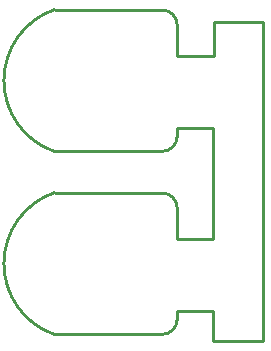
<source format=gko>
G04 Layer: BoardOutline*
G04 EasyEDA v6.3.53, 2020-06-11T09:01:32+08:00*
G04 0ec445aeefb94f869c071092b8584159,2a3559ba94084103b258dd4c46581d95,10*
G04 Gerber Generator version 0.2*
G04 Scale: 100 percent, Rotated: No, Reflected: No *
G04 Dimensions in inches *
G04 leading zeros omitted , absolute positions ,2 integer and 4 decimal *
%FSLAX24Y24*%
%MOIN*%
G90*
G70D02*

%ADD10C,0.010000*%
G54D10*
G01X5770Y711D02*
G01X5770Y1017D01*
G01X5773Y4450D02*
G01X5773Y3417D01*
G01X5770Y6811D02*
G01X5770Y7117D01*
G01X5773Y10550D02*
G01X5773Y9500D01*
G01X5762Y3416D02*
G01X6962Y3416D01*
G01X1688Y4950D02*
G01X5288Y4944D01*
G01X5286Y228D02*
G01X1688Y228D01*
G01X5762Y9516D02*
G01X6962Y9516D01*
G01X5762Y7116D02*
G01X6962Y7116D01*
G01X5762Y1016D02*
G01X6962Y1016D01*
G01X6962Y7116D02*
G01X6962Y3416D01*
G01X6962Y1016D02*
G01X6962Y0D01*
G01X8638Y0D01*
G01X8638Y10650D01*
G01X6988Y10650D01*
G01X6988Y9516D01*
G01X1688Y11050D02*
G01X5288Y11044D01*
G01X5286Y6328D02*
G01X1688Y6328D01*
G75*
G01X1680Y6325D02*
G02X1688Y11051I820J2361D01*
G01*
G75*
G01X5286Y6328D02*
G03X5771Y6812I0J484D01*
G01*
G75*
G01X5773Y10550D02*
G03X5288Y11035I-485J0D01*
G01*
G75*
G01X5773Y4450D02*
G03X5288Y4935I-485J0D01*
G01*
G75*
G01X5286Y228D02*
G03X5771Y712I0J484D01*
G01*
G75*
G01X1680Y225D02*
G02X1688Y4951I820J2361D01*
G01*

%LPD*%
M00*
M02*

</source>
